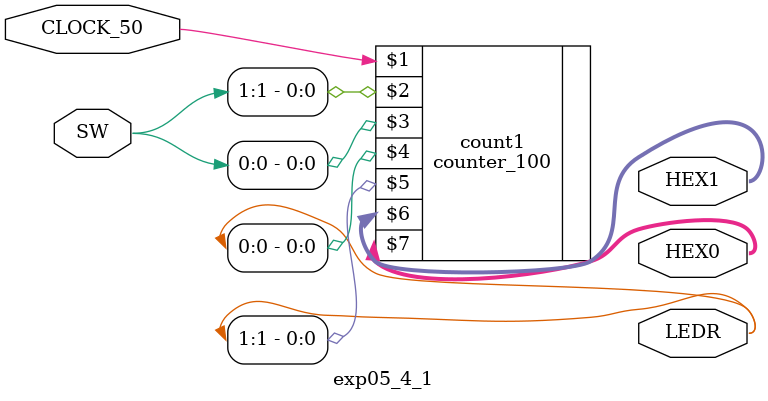
<source format=v>


module exp05_4_1(

	//////////// CLOCK //////////
	input 		          		CLOCK_50,

	//////////// SW //////////
	input 		     [1:0]		SW,

	//////////// LED //////////
	output		     [1:0]		LEDR,

	//////////// Seg7 //////////
	output		     [6:0]		HEX0,
	output		     [6:0]		HEX1
);



//=======================================================
//  REG/WIRE declarations
//=======================================================

counter_100 count1(CLOCK_50, SW[1], SW[0], LEDR[0], LEDR[1], HEX1, HEX0);

//=======================================================
//  Structural coding
//=======================================================



endmodule

</source>
